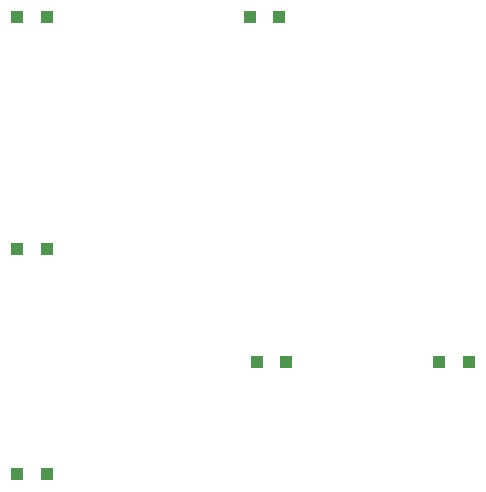
<source format=gbr>
G04 #@! TF.GenerationSoftware,KiCad,Pcbnew,(6.0.2)*
G04 #@! TF.CreationDate,2022-03-15T14:10:59+03:00*
G04 #@! TF.ProjectId,kinesis-thumb-pcb,6b696e65-7369-4732-9d74-68756d622d70,rev?*
G04 #@! TF.SameCoordinates,Original*
G04 #@! TF.FileFunction,Paste,Top*
G04 #@! TF.FilePolarity,Positive*
%FSLAX46Y46*%
G04 Gerber Fmt 4.6, Leading zero omitted, Abs format (unit mm)*
G04 Created by KiCad (PCBNEW (6.0.2)) date 2022-03-15 14:10:59*
%MOMM*%
%LPD*%
G01*
G04 APERTURE LIST*
%ADD10R,1.000000X1.000000*%
G04 APERTURE END LIST*
D10*
X221992000Y-67865700D03*
X224492000Y-67865700D03*
X206514000Y-67865700D03*
X209014000Y-67865700D03*
X205919000Y-38695300D03*
X208419000Y-38695300D03*
X186274000Y-38695300D03*
X188774000Y-38695300D03*
X186274000Y-58340700D03*
X188774000Y-58340700D03*
X186274000Y-77390700D03*
X188774000Y-77390700D03*
M02*

</source>
